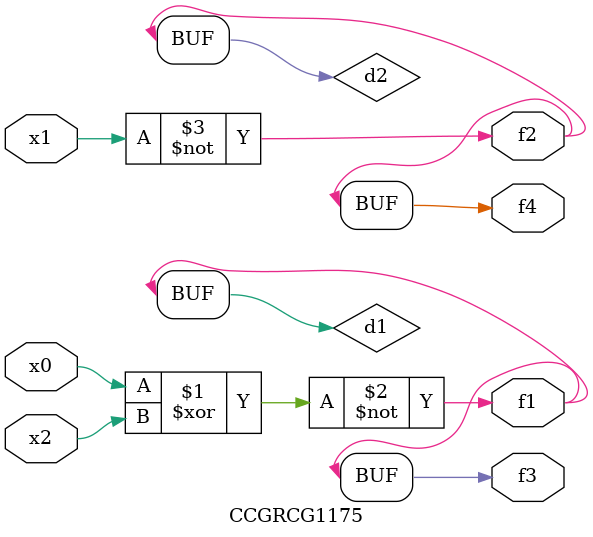
<source format=v>
module CCGRCG1175(
	input x0, x1, x2,
	output f1, f2, f3, f4
);

	wire d1, d2, d3;

	xnor (d1, x0, x2);
	nand (d2, x1);
	nor (d3, x1, x2);
	assign f1 = d1;
	assign f2 = d2;
	assign f3 = d1;
	assign f4 = d2;
endmodule

</source>
